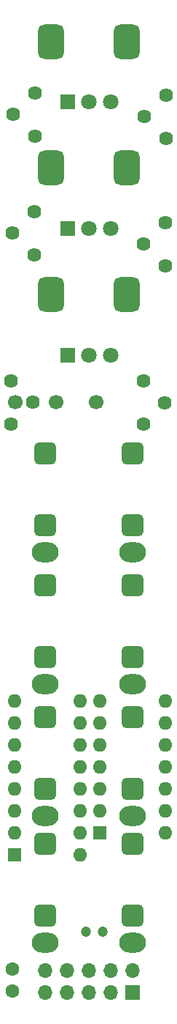
<source format=gbr>
%TF.GenerationSoftware,KiCad,Pcbnew,7.0.2*%
%TF.CreationDate,2023-06-13T14:31:57-04:00*%
%TF.ProjectId,as3340_no_mux,61733333-3430-45f6-9e6f-5f6d75782e6b,rev?*%
%TF.SameCoordinates,Original*%
%TF.FileFunction,Soldermask,Top*%
%TF.FilePolarity,Negative*%
%FSLAX46Y46*%
G04 Gerber Fmt 4.6, Leading zero omitted, Abs format (unit mm)*
G04 Created by KiCad (PCBNEW 7.0.2) date 2023-06-13 14:31:57*
%MOMM*%
%LPD*%
G01*
G04 APERTURE LIST*
G04 Aperture macros list*
%AMRoundRect*
0 Rectangle with rounded corners*
0 $1 Rounding radius*
0 $2 $3 $4 $5 $6 $7 $8 $9 X,Y pos of 4 corners*
0 Add a 4 corners polygon primitive as box body*
4,1,4,$2,$3,$4,$5,$6,$7,$8,$9,$2,$3,0*
0 Add four circle primitives for the rounded corners*
1,1,$1+$1,$2,$3*
1,1,$1+$1,$4,$5*
1,1,$1+$1,$6,$7*
1,1,$1+$1,$8,$9*
0 Add four rect primitives between the rounded corners*
20,1,$1+$1,$2,$3,$4,$5,0*
20,1,$1+$1,$4,$5,$6,$7,0*
20,1,$1+$1,$6,$7,$8,$9,0*
20,1,$1+$1,$8,$9,$2,$3,0*%
G04 Aperture macros list end*
%ADD10O,3.100000X2.300000*%
%ADD11RoundRect,0.650000X-0.650000X-0.650000X0.650000X-0.650000X0.650000X0.650000X-0.650000X0.650000X0*%
%ADD12C,1.600000*%
%ADD13RoundRect,0.750000X0.750000X-1.250000X0.750000X1.250000X-0.750000X1.250000X-0.750000X-1.250000X0*%
%ADD14C,1.800000*%
%ADD15R,1.800000X1.800000*%
%ADD16C,1.700000*%
%ADD17C,1.620000*%
%ADD18R,1.600000X1.600000*%
%ADD19O,1.600000X1.600000*%
%ADD20R,1.700000X1.700000*%
%ADD21O,1.700000X1.700000*%
%ADD22C,1.200000*%
G04 APERTURE END LIST*
D10*
%TO.C,J15*%
X193040000Y-126290000D03*
D11*
X193040000Y-114890000D03*
X193040000Y-123190000D03*
%TD*%
D10*
%TO.C,J1*%
X182880000Y-95810000D03*
D11*
X182880000Y-84410000D03*
X182880000Y-92710000D03*
%TD*%
D10*
%TO.C,J5*%
X182880000Y-126290000D03*
D11*
X182880000Y-114890000D03*
X182880000Y-123190000D03*
%TD*%
D12*
%TO.C,D1*%
X179070000Y-146538000D03*
X179070000Y-144038000D03*
%TD*%
D10*
%TO.C,J2*%
X182880000Y-140940000D03*
D11*
X182880000Y-129540000D03*
X182880000Y-137840000D03*
%TD*%
D10*
%TO.C,J12*%
X193040000Y-95810000D03*
D11*
X193040000Y-84410000D03*
X193040000Y-92710000D03*
%TD*%
D13*
%TO.C,THONKY_FINE_CV1*%
X192400000Y-51420000D03*
X183600000Y-51420000D03*
D14*
X190500000Y-58420000D03*
X188000000Y-58420000D03*
D15*
X185500000Y-58420000D03*
%TD*%
D16*
%TO.C,SW1*%
X179450000Y-78486000D03*
X184150000Y-78486000D03*
X188850000Y-78486000D03*
%TD*%
D10*
%TO.C,J13*%
X193040000Y-111050000D03*
D11*
X193040000Y-99650000D03*
X193040000Y-107950000D03*
%TD*%
D10*
%TO.C,J4*%
X182880000Y-111050000D03*
D11*
X182880000Y-99650000D03*
X182880000Y-107950000D03*
%TD*%
D15*
%TO.C,THONKY_COURSE_CV1*%
X185500000Y-43775000D03*
D14*
X188000000Y-43775000D03*
X190500000Y-43775000D03*
D13*
X183600000Y-36775000D03*
X192400000Y-36775000D03*
%TD*%
%TO.C,THONKY_PWM1*%
X192405000Y-66040000D03*
X183605000Y-66040000D03*
D14*
X190505000Y-73040000D03*
X188005000Y-73040000D03*
D15*
X185505000Y-73040000D03*
%TD*%
D11*
%TO.C,J14*%
X193040000Y-137840000D03*
X193040000Y-129540000D03*
D10*
X193040000Y-140940000D03*
%TD*%
D17*
%TO.C,NOT_THOONKY_SineBiasTrim1*%
X178943000Y-75986000D03*
X181443000Y-78486000D03*
X178943000Y-80986000D03*
%TD*%
%TO.C,NOT_THONKY_HF_TRACK1*%
X181665000Y-42712000D03*
X179165000Y-45212000D03*
X181665000Y-47712000D03*
%TD*%
D18*
%TO.C,U4*%
X189230000Y-128270000D03*
D19*
X189230000Y-125730000D03*
X189230000Y-123190000D03*
X189230000Y-120650000D03*
X189230000Y-118110000D03*
X189230000Y-115570000D03*
X189230000Y-113030000D03*
X196850000Y-113030000D03*
X196850000Y-115570000D03*
X196850000Y-118110000D03*
X196850000Y-120650000D03*
X196850000Y-123190000D03*
X196850000Y-125730000D03*
X196850000Y-128270000D03*
%TD*%
D17*
%TO.C,NOT_THINK_SineLevelTrim1*%
X194310000Y-81026000D03*
X196810000Y-78526000D03*
X194310000Y-76026000D03*
%TD*%
%TO.C,NOT_THONKY_SineShapeTrim1*%
X181610000Y-56428000D03*
X179110000Y-58928000D03*
X181610000Y-61428000D03*
%TD*%
D20*
%TO.C,J11*%
X193035000Y-146685000D03*
D21*
X193035000Y-144145000D03*
X190495000Y-146685000D03*
X190495000Y-144145000D03*
X187955000Y-146685000D03*
X187955000Y-144145000D03*
X185415000Y-146685000D03*
X185415000Y-144145000D03*
X182875000Y-146685000D03*
X182875000Y-144145000D03*
%TD*%
D18*
%TO.C,U2*%
X179324000Y-130810000D03*
D19*
X179324000Y-128270000D03*
X179324000Y-125730000D03*
X179324000Y-123190000D03*
X179324000Y-120650000D03*
X179324000Y-118110000D03*
X179324000Y-115570000D03*
X179324000Y-113030000D03*
X186944000Y-113030000D03*
X186944000Y-115570000D03*
X186944000Y-118110000D03*
X186944000Y-120650000D03*
X186944000Y-123190000D03*
X186944000Y-125730000D03*
X186944000Y-128270000D03*
X186944000Y-130810000D03*
%TD*%
D17*
%TO.C,NOT+THINKY_CV1*%
X196905000Y-42966000D03*
X194405000Y-45466000D03*
X196905000Y-47966000D03*
%TD*%
%TO.C,NOT_THINKY_TEMKO1*%
X196850000Y-57698000D03*
X194350000Y-60198000D03*
X196850000Y-62698000D03*
%TD*%
D22*
%TO.C,PolyStirene!C11*%
X189611000Y-139700000D03*
X187611000Y-139700000D03*
%TD*%
M02*

</source>
